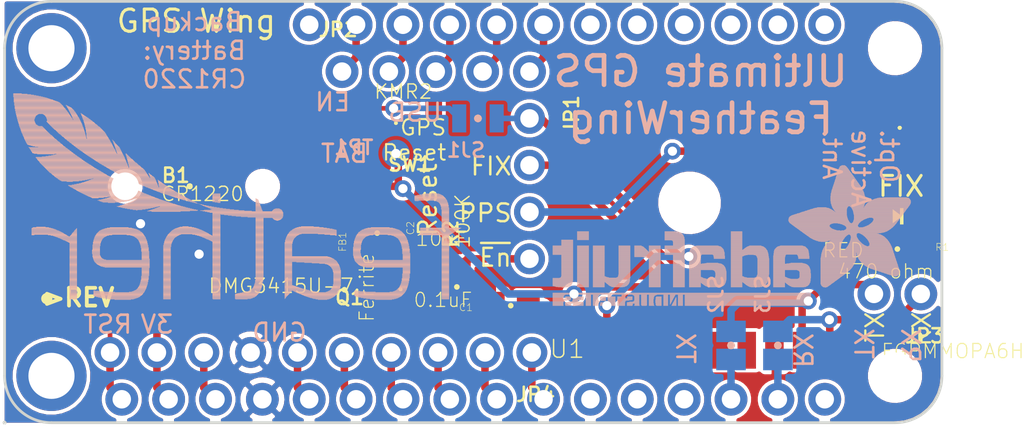
<source format=kicad_pcb>
(kicad_pcb (version 20170123) (host pcbnew no-vcs-found-f042fcd~59~ubuntu17.04.1)
  (layers (0 Top signal) (31 Bottom signal) (34 B.Paste user) (35 F.Paste user) (36 B.SilkS user) (37 F.SilkS user) (38 B.Mask user) (39 F.Mask user) (44 Edge.Cuts user))
  (net 0 "")
  (net 1 FIX)
  (net 2 N$2)
  (net 3 GND)
  (net 4 3.3V)
  (net 5 VBACKUP)
  (net 6 TX)
  (net 7 RX)
  (net 8 N$4)
  (net 9 1PPS)
  (net 10 3V)
  (net 11 N$1)
  (net 12 N$3)
  (net 13 N$5)
  (net 14 N$6)
  (net 15 N$7)
  (net 16 N$8)
  (net 17 N$9)
  (net 18 N$10)
  (net 19 N$11)
  (net 20 GRESET)
  (net 21 N$12)
  (net 22 N$13)
  (net 23 N$14)
  (net 24 USB)
  (net 25 N$15)
  (net 26 ENABLE)
  (net 27 N$16)
  (net 28 N$17)
  (module FGPMMOPA6H (layer Top) (at 136.9441 105.0036 90)
    (fp_text reference U1 (at -8 -8.5) (layer F.SilkS) (effects (font (size 0.9652 0.9652) (thickness 0.077216)) (justify left bottom)))
    (fp_text value FGPMMOPA6H (at -8 9.5) (layer F.SilkS) (effects (font (size 0.77216 0.77216) (thickness 0.061772)) (justify left bottom)))
    (pad "" np_thru_hole circle (at 0.5 -0.85 90) (size 3 3) (drill 3) (layers *.Cu))
    (pad P$20 smd rect (at 7.5 -6.75 270) (size 2 1) (layers Top F.Paste F.Mask))
    (pad P$19 smd rect (at 7.5 -5.25 270) (size 2 1) (layers Top F.Paste F.Mask) (net 3 GND))
    (pad P$18 smd rect (at 7.5 -3.75 270) (size 2 1) (layers Top F.Paste F.Mask))
    (pad P$17 smd rect (at 7.5 -2.25 270) (size 2 1) (layers Top F.Paste F.Mask))
    (pad P$16 smd rect (at 7.5 -0.75 270) (size 2 1) (layers Top F.Paste F.Mask))
    (pad P$15 smd rect (at 7.5 0.75 270) (size 2 1) (layers Top F.Paste F.Mask))
    (pad P$14 smd rect (at 7.5 2.25 270) (size 2 1) (layers Top F.Paste F.Mask))
    (pad P$13 smd rect (at 7.5 3.75 270) (size 2 1) (layers Top F.Paste F.Mask) (net 9 1PPS))
    (pad P$12 smd rect (at 7.5 5.25 270) (size 2 1) (layers Top F.Paste F.Mask) (net 3 GND))
    (pad P$11 smd rect (at 7.5 6.75 270) (size 2 1) (layers Top F.Paste F.Mask) (net 8 N$4))
    (pad P$10 smd rect (at -7.5 6.75 90) (size 2 1) (layers Top F.Paste F.Mask) (net 7 RX))
    (pad P$9 smd rect (at -7.5 5.25 90) (size 2 1) (layers Top F.Paste F.Mask) (net 6 TX))
    (pad P$8 smd rect (at -7.5 3.75 90) (size 2 1) (layers Top F.Paste F.Mask) (net 3 GND))
    (pad P$7 smd rect (at -7.5 2.25 90) (size 2 1) (layers Top F.Paste F.Mask))
    (pad P$6 smd rect (at -7.5 0.75 90) (size 2 1) (layers Top F.Paste F.Mask))
    (pad P$5 smd rect (at -7.5 -0.75 90) (size 2 1) (layers Top F.Paste F.Mask) (net 1 FIX))
    (pad P$4 smd rect (at -7.5 -2.25 90) (size 2 1) (layers Top F.Paste F.Mask) (net 5 VBACKUP))
    (pad P$3 smd rect (at -7.5 -3.75 90) (size 2 1) (layers Top F.Paste F.Mask) (net 3 GND))
    (pad P$2 smd rect (at -7.5 -5.25 90) (size 2 1) (layers Top F.Paste F.Mask) (net 20 GRESET))
    (pad P$1 smd rect (at -7.5 -6.75 90) (size 2 1) (layers Top F.Paste F.Mask) (net 25 N$15))
  )
  (module CHIPLED_0805_NOOUTLINE (layer Top) (at 147.3581 105.2336 270)
    (fp_text reference LED1 hide)
    (fp_text value RED (at 1.397 1.778) (layer F.SilkS) (effects (font (size 0.77216 0.77216) (thickness 0.061772)) (justify right top)))
    (pad A smd rect (at 0 1.05 270) (size 1.2 1.2) (layers Top F.Paste F.Mask) (net 1 FIX))
    (pad C smd rect (at 0 -1.05 270) (size 1.2 1.2) (layers Top F.Paste F.Mask) (net 2 N$2))
  )
  (module 0805-NO (layer Top) (at 147.3581 107.0116)
    (fp_text reference R1 (at 2.032 0.127) (layer F.SilkS) (effects (font (size 0.38608 0.38608) (thickness 0.030886)) (justify left bottom)))
    (fp_text value "470 ohm" (at 2.032 0.762) (layer F.SilkS) (effects (font (size 0.77216 0.77216) (thickness 0.061772)) (justify right top)))
    (pad 2 smd rect (at 0.95 0) (size 1.24 1.5) (layers Top F.Paste F.Mask) (net 2 N$2))
    (pad 1 smd rect (at -0.95 0) (size 1.24 1.5) (layers Top F.Paste F.Mask) (net 3 GND))
  )
  (module 0805-NO (layer Top) (at 126.4031 110.0836 180)
    (fp_text reference C1 (at 2.032 0.127) (layer F.SilkS) (effects (font (size 0.38608 0.38608) (thickness 0.030886)) (justify right top)))
    (fp_text value 0.1uF (at 2.032 0.762) (layer F.SilkS) (effects (font (size 0.77216 0.77216) (thickness 0.061772)) (justify right top)))
    (pad 2 smd rect (at 0.95 0 180) (size 1.24 1.5) (layers Top F.Paste F.Mask) (net 3 GND))
    (pad 1 smd rect (at -0.95 0 180) (size 1.24 1.5) (layers Top F.Paste F.Mask) (net 25 N$15))
  )
  (module 0805-NO (layer Top) (at 119.1641 106.1466)
    (fp_text reference C2 (at 2.032 0.127 90) (layer F.SilkS) (effects (font (size 0.38608 0.38608) (thickness 0.030886)) (justify left bottom)))
    (fp_text value 10uF (at 2.032 0.762) (layer F.SilkS) (effects (font (size 0.77216 0.77216) (thickness 0.061772)) (justify left bottom)))
    (pad 2 smd rect (at 0.95 0) (size 1.24 1.5) (layers Top F.Paste F.Mask) (net 3 GND))
    (pad 1 smd rect (at -0.95 0) (size 1.24 1.5) (layers Top F.Paste F.Mask) (net 4 3.3V))
  )
  (module 0805-NO (layer Top) (at 117.3861 109.2186 90)
    (fp_text reference FB1 (at 2.032 0.127 90) (layer F.SilkS) (effects (font (size 0.38608 0.38608) (thickness 0.030886)) (justify left bottom)))
    (fp_text value Ferrite (at 2.032 0.762 90) (layer F.SilkS) (effects (font (size 0.77216 0.77216) (thickness 0.061772)) (justify right top)))
    (pad 2 smd rect (at 0.95 0 90) (size 1.24 1.5) (layers Top F.Paste F.Mask) (net 4 3.3V))
    (pad 1 smd rect (at -0.95 0 90) (size 1.24 1.5) (layers Top F.Paste F.Mask) (net 10 3V))
  )
  (module CR1220-2 (layer Top) (at 109.0041 103.6066)
    (fp_text reference B1 (at -1.602 -0.14) (layer F.SilkS) (effects (font (size 0.77216 0.77216) (thickness 0.138988)) (justify left bottom)))
    (fp_text value CR1220 (at -1.602 0.868) (layer F.SilkS) (effects (font (size 0.77216 0.77216) (thickness 0.077216)) (justify left bottom)))
    (pad + smd rect (at 8.29 0) (size 4 2) (layers Top F.Paste F.Mask) (net 5 VBACKUP))
    (pad - smd rect (at -7.6 0) (size 4 2) (layers Top F.Paste F.Mask) (net 3 GND))
    (pad "" np_thru_hole circle (at -3.5 0) (size 1.5 1.5) (drill 1.5) (layers *.Cu))
    (pad "" np_thru_hole circle (at 3.95 0) (size 1.5 1.5) (drill 1.5) (layers *.Cu))
  )
  (module FIDUCIAL_1MM (layer Top) (at 100.6221 99.5426)
    (fp_text reference FID1 hide)
    (fp_text value FIDUCIAL"" hide)
    (pad 1 smd circle (at 0 0) (size 1 1) (layers Top F.Paste F.Mask))
  )
  (module FIDUCIAL_1MM (layer Top) (at 145.4761 115.3726)
    (fp_text reference FID2 hide)
    (fp_text value FIDUCIAL"" hide)
    (pad 1 smd circle (at 0 0) (size 1 1) (layers Top F.Paste F.Mask))
  )
  (module U.FL (layer Top) (at 147.4851 100.4316 180)
    (fp_text reference X1 hide)
    (fp_text value uFL hide)
    (pad 3 smd rect (at 1.525 0 180) (size 0.8 1) (layers Top F.Paste F.Mask) (net 8 N$4))
    (pad 2 smd rect (at 0 1.375 180) (size 2.2 1.05) (layers Top F.Paste F.Mask) (net 3 GND))
    (pad 1 smd rect (at 0 -1.375 180) (size 2.2 1.05) (layers Top F.Paste F.Mask) (net 3 GND))
  )
  (module FEATHERWING (layer Top) (at 98.9711 116.4336)
    (fp_text reference MS1 hide)
    (fp_text value FEATHERWING hide)
    (fp_arc (start 0 0) (end 0 0) (angle -90) (layer Edge.Cuts) (width 0))
    (fp_line (start 0 0) (end 0 0) (layer Edge.Cuts) (width 0))
    (fp_arc (start 0 0) (end 0 0) (angle -90) (layer Edge.Cuts) (width 0))
    (fp_line (start 0 0) (end 0 0) (layer Edge.Cuts) (width 0))
    (fp_arc (start 0 0) (end 0 0) (angle -90) (layer Edge.Cuts) (width 0))
    (fp_line (start 0 0) (end 0 0) (layer Edge.Cuts) (width 0))
    (fp_arc (start 0 0) (end 0 0) (angle -90) (layer Edge.Cuts) (width 0))
    (fp_line (start 0 0) (end 0 0) (layer Edge.Cuts) (width 0))
    (pad 1 thru_hole circle (at 6.35 -1.27) (size 1.778 1.778) (drill 1) (layers *.Cu *.Mask) (net 21 N$12))
    (pad 2 thru_hole circle (at 8.89 -1.27) (size 1.778 1.778) (drill 1) (layers *.Cu *.Mask) (net 10 3V))
    (pad 3 thru_hole circle (at 11.43 -1.27) (size 1.778 1.778) (drill 1) (layers *.Cu *.Mask) (net 22 N$13))
    (pad 4 thru_hole circle (at 13.97 -1.27) (size 1.778 1.778) (drill 1) (layers *.Cu *.Mask) (net 3 GND))
    (pad 16 thru_hole circle (at 44.45 -1.27) (size 1.778 1.778) (drill 1) (layers *.Cu *.Mask))
    (pad 15 thru_hole circle (at 41.91 -1.27) (size 1.778 1.778) (drill 1) (layers *.Cu *.Mask) (net 28 N$17))
    (pad 14 thru_hole circle (at 39.37 -1.27) (size 1.778 1.778) (drill 1) (layers *.Cu *.Mask) (net 27 N$16))
    (pad 13 thru_hole circle (at 36.83 -1.27) (size 1.778 1.778) (drill 1) (layers *.Cu *.Mask))
    (pad 12 thru_hole circle (at 34.29 -1.27) (size 1.778 1.778) (drill 1) (layers *.Cu *.Mask))
    (pad 11 thru_hole circle (at 31.75 -1.27) (size 1.778 1.778) (drill 1) (layers *.Cu *.Mask))
    (pad 10 thru_hole circle (at 29.21 -1.27) (size 1.778 1.778) (drill 1) (layers *.Cu *.Mask) (net 14 N$6))
    (pad 9 thru_hole circle (at 26.67 -1.27) (size 1.778 1.778) (drill 1) (layers *.Cu *.Mask) (net 15 N$7))
    (pad 8 thru_hole circle (at 24.13 -1.27) (size 1.778 1.778) (drill 1) (layers *.Cu *.Mask) (net 16 N$8))
    (pad 7 thru_hole circle (at 21.59 -1.27) (size 1.778 1.778) (drill 1) (layers *.Cu *.Mask) (net 17 N$9))
    (pad 6 thru_hole circle (at 19.05 -1.27) (size 1.778 1.778) (drill 1) (layers *.Cu *.Mask) (net 18 N$10))
    (pad 5 thru_hole circle (at 16.51 -1.27) (size 1.778 1.778) (drill 1) (layers *.Cu *.Mask) (net 19 N$11))
    (pad 17 thru_hole circle (at 44.45 -21.59) (size 1.778 1.778) (drill 1) (layers *.Cu *.Mask))
    (pad 18 thru_hole circle (at 41.91 -21.59) (size 1.778 1.778) (drill 1) (layers *.Cu *.Mask))
    (pad 19 thru_hole circle (at 39.37 -21.59) (size 1.778 1.778) (drill 1) (layers *.Cu *.Mask))
    (pad 20 thru_hole circle (at 36.83 -21.59) (size 1.778 1.778) (drill 1) (layers *.Cu *.Mask))
    (pad 21 thru_hole circle (at 34.29 -21.59) (size 1.778 1.778) (drill 1) (layers *.Cu *.Mask))
    (pad 22 thru_hole circle (at 31.75 -21.59) (size 1.778 1.778) (drill 1) (layers *.Cu *.Mask))
    (pad 23 thru_hole circle (at 29.21 -21.59) (size 1.778 1.778) (drill 1) (layers *.Cu *.Mask) (net 13 N$5))
    (pad 24 thru_hole circle (at 26.67 -21.59) (size 1.778 1.778) (drill 1) (layers *.Cu *.Mask) (net 12 N$3))
    (pad 25 thru_hole circle (at 24.13 -21.59) (size 1.778 1.778) (drill 1) (layers *.Cu *.Mask) (net 11 N$1))
    (pad 26 thru_hole circle (at 21.59 -21.59) (size 1.778 1.778) (drill 1) (layers *.Cu *.Mask) (net 24 USB))
    (pad 27 thru_hole circle (at 19.05 -21.59) (size 1.778 1.778) (drill 1) (layers *.Cu *.Mask) (net 23 N$14))
    (pad 28 thru_hole circle (at 16.51 -21.59) (size 1.778 1.778) (drill 1) (layers *.Cu *.Mask))
    (pad P$2 thru_hole circle (at 2.54 -2.54) (size 3.81 3.81) (drill 2.5) (layers *.Cu *.Mask))
    (pad P$1 thru_hole circle (at 2.54 -20.32) (size 3.81 3.81) (drill 2.5) (layers *.Cu *.Mask))
    (pad "" np_thru_hole circle (at 48.26 -2.54) (size 2.54 2.54) (drill 2.54) (layers *.Cu))
    (pad "" np_thru_hole circle (at 48.26 -20.32) (size 2.54 2.54) (drill 2.54) (layers *.Cu))
  )
  (module BTN_KMR2_4.6X2.8 (layer Top) (at 120.1801 100.1776 180)
    (fp_text reference SW1 (at -2.032 -1.778) (layer F.SilkS) (effects (font (size 0.77216 0.77216) (thickness 0.138988)) (justify right top)))
    (fp_text value KMR2 (at -2.032 2.159) (layer F.SilkS) (effects (font (size 0.77216 0.77216) (thickness 0.077216)) (justify right top)))
    (pad A' smd rect (at -2.05 -0.8 180) (size 0.9 0.9) (layers Top F.Paste F.Mask) (net 3 GND))
    (pad B' smd rect (at -2.05 0.8 180) (size 0.9 0.9) (layers Top F.Paste F.Mask) (net 21 N$12))
    (pad B smd rect (at 2.05 0.8 180) (size 0.9 0.9) (layers Top F.Paste F.Mask) (net 21 N$12))
    (pad A smd rect (at 2.05 -0.8 180) (size 0.9 0.9) (layers Top F.Paste F.Mask) (net 3 GND))
  )
  (module SOLDERJUMPER_ARROW_NOPASTE (layer Bottom) (at 124.6251 99.9236)
    (fp_text reference SJ1 (at -1.778 1.27) (layer B.SilkS) (effects (font (size 0.77216 0.77216) (thickness 0.138988)) (justify right top mirror)))
    (fp_text value "" (at -1.651 -1.651) (layer B.SilkS) (effects (font (size 0.38608 0.38608) (thickness 0.038608)) (justify right top mirror)))
    (pad 2 smd rect (at 1.016 0) (size 0.762 1.524) (layers Bottom B.Paste B.Mask) (net 20 GRESET))
    (pad 1 smd rect (at -1.016 0) (size 0.762 1.524) (layers Bottom B.Paste B.Mask) (net 21 N$12))
  )
  (module 1X10_ROUND (layer Top) (at 116.1161 112.6236 180)
    (fp_text reference JP4 (at -12.7762 -1.8288) (layer F.SilkS) (effects (font (size 0.77216 0.77216) (thickness 0.138988)) (justify right top)))
    (fp_text value "" (at -12.7 3.175) (layer F.SilkS) (effects (font (size 0.38608 0.38608) (thickness 0.038608)) (justify right top)))
    (pad 10 thru_hole circle (at 11.43 0 270) (size 1.6764 1.6764) (drill 1) (layers *.Cu *.Mask) (net 21 N$12))
    (pad 9 thru_hole circle (at 8.89 0 270) (size 1.6764 1.6764) (drill 1) (layers *.Cu *.Mask) (net 10 3V))
    (pad 8 thru_hole circle (at 6.35 0 270) (size 1.6764 1.6764) (drill 1) (layers *.Cu *.Mask) (net 22 N$13))
    (pad 7 thru_hole circle (at 3.81 0 270) (size 1.6764 1.6764) (drill 1) (layers *.Cu *.Mask) (net 3 GND))
    (pad 6 thru_hole circle (at 1.27 0 270) (size 1.6764 1.6764) (drill 1) (layers *.Cu *.Mask) (net 19 N$11))
    (pad 5 thru_hole circle (at -1.27 0 270) (size 1.6764 1.6764) (drill 1) (layers *.Cu *.Mask) (net 18 N$10))
    (pad 4 thru_hole circle (at -3.81 0 270) (size 1.6764 1.6764) (drill 1) (layers *.Cu *.Mask) (net 17 N$9))
    (pad 3 thru_hole circle (at -6.35 0 270) (size 1.6764 1.6764) (drill 1) (layers *.Cu *.Mask) (net 16 N$8))
    (pad 2 thru_hole circle (at -8.89 0 270) (size 1.6764 1.6764) (drill 1) (layers *.Cu *.Mask) (net 15 N$7))
    (pad 1 thru_hole circle (at -11.43 0 270) (size 1.6764 1.6764) (drill 1) (layers *.Cu *.Mask) (net 14 N$6))
  )
  (module 1X05_ROUND_70 (layer Top) (at 122.3391 97.3836)
    (fp_text reference JP2 (at -6.4262 -1.8288) (layer F.SilkS) (effects (font (size 0.77216 0.77216) (thickness 0.138988)) (justify left bottom)))
    (fp_text value "" (at -6.35 3.175) (layer F.SilkS) (effects (font (size 0.38608 0.38608) (thickness 0.038608)) (justify left bottom)))
    (pad 5 thru_hole circle (at 5.08 0 90) (size 1.778 1.778) (drill 1) (layers *.Cu *.Mask) (net 13 N$5))
    (pad 4 thru_hole circle (at 2.54 0 90) (size 1.778 1.778) (drill 1) (layers *.Cu *.Mask) (net 12 N$3))
    (pad 3 thru_hole circle (at 0 0 90) (size 1.778 1.778) (drill 1) (layers *.Cu *.Mask) (net 11 N$1))
    (pad 2 thru_hole circle (at -2.54 0 90) (size 1.778 1.778) (drill 1) (layers *.Cu *.Mask) (net 24 USB))
    (pad 1 thru_hole circle (at -5.08 0 90) (size 1.778 1.778) (drill 1) (layers *.Cu *.Mask) (net 23 N$14))
  )
  (module SOT23-WIDE (layer Top) (at 120.4341 109.1946 180)
    (fp_text reference Q1 (at 1.905 0) (layer F.SilkS) (effects (font (size 0.77216 0.77216) (thickness 0.138988)) (justify right top)))
    (fp_text value "DMG3415U-7 " (at 1.905 0.635) (layer F.SilkS) (effects (font (size 0.77216 0.77216) (thickness 0.077216)) (justify right top)))
    (pad 1 smd rect (at -0.95 1 180) (size 1 1.2) (layers Top F.Paste F.Mask) (net 26 ENABLE))
    (pad 2 smd rect (at 0.95 1 180) (size 1 1.2) (layers Top F.Paste F.Mask) (net 4 3.3V))
    (pad 3 smd rect (at 0 -1 180) (size 1 1.2) (layers Top F.Paste F.Mask) (net 25 N$15))
  )
  (module 1X04_ROUND (layer Top) (at 127.4191 103.7336 270)
    (fp_text reference JP1 (at -5.1562 -1.8288 90) (layer F.SilkS) (effects (font (size 0.77216 0.77216) (thickness 0.138988)) (justify right top)))
    (fp_text value "" (at -5.08 3.175 90) (layer F.SilkS) (effects (font (size 0.38608 0.38608) (thickness 0.038608)) (justify right top)))
    (pad 4 thru_hole circle (at 3.81 0) (size 1.6764 1.6764) (drill 1) (layers *.Cu *.Mask) (net 26 ENABLE))
    (pad 3 thru_hole circle (at 1.27 0) (size 1.6764 1.6764) (drill 1) (layers *.Cu *.Mask) (net 9 1PPS))
    (pad 2 thru_hole circle (at -1.27 0) (size 1.6764 1.6764) (drill 1) (layers *.Cu *.Mask) (net 1 FIX))
    (pad 1 thru_hole circle (at -3.81 0) (size 1.6764 1.6764) (drill 1) (layers *.Cu *.Mask) (net 20 GRESET))
  )
  (module 0805-NO (layer Top) (at 123.4821 109.0676 90)
    (fp_text reference R2 (at 2.032 0.127 90) (layer F.SilkS) (effects (font (size 0.77216 0.77216) (thickness 0.138988)) (justify left bottom)))
    (fp_text value 100K (at 2.032 0.762 90) (layer F.SilkS) (effects (font (size 0.77216 0.77216) (thickness 0.077216)) (justify left bottom)))
    (pad 2 smd rect (at 0.95 0 90) (size 1.24 1.5) (layers Top F.Paste F.Mask) (net 26 ENABLE))
    (pad 1 smd rect (at -0.95 0 90) (size 1.24 1.5) (layers Top F.Paste F.Mask) (net 3 GND))
  )
  (module 1X02_ROUND (layer Top) (at 147.3581 109.4486 180)
    (fp_text reference JP3 (at -2.6162 -1.8288) (layer F.SilkS) (effects (font (size 0.77216 0.77216) (thickness 0.138988)) (justify right top)))
    (fp_text value "" (at -2.54 3.175) (layer F.SilkS) (effects (font (size 0.38608 0.38608) (thickness 0.038608)) (justify right top)))
    (pad 2 thru_hole circle (at 1.27 0 270) (size 1.778 1.778) (drill 1) (layers *.Cu *.Mask) (net 6 TX))
    (pad 1 thru_hole circle (at -1.27 0 270) (size 1.778 1.778) (drill 1) (layers *.Cu *.Mask) (net 7 RX))
  )
  (module SOLDERJUMPER_CLOSEDWIRE (layer Bottom) (at 138.3411 112.2426 270)
    (fp_text reference SJ2 (at -1.651 1.27 90) (layer B.SilkS) (effects (font (size 0.77216 0.77216) (thickness 0.138988)) (justify right top mirror)))
    (fp_text value "" (at -1.524 -1.651 90) (layer B.SilkS) (effects (font (size 0.38608 0.38608) (thickness 0.038608)) (justify right top mirror)))
    (pad WIRE smd rect (at 0 0 270) (size 0.635 0.2032) (layers Bottom B.Paste B.Mask))
    (pad 2 smd rect (at 0.762 0 270) (size 1.1684 1.6002) (layers Bottom B.Paste B.Mask) (net 27 N$16))
    (pad 1 smd rect (at -0.762 0 270) (size 1.1684 1.6002) (layers Bottom B.Paste B.Mask) (net 6 TX))
  )
  (module SOLDERJUMPER_CLOSEDWIRE (layer Bottom) (at 140.8811 112.2426 270)
    (fp_text reference SJ3 (at -1.651 1.27 90) (layer B.SilkS) (effects (font (size 0.77216 0.77216) (thickness 0.138988)) (justify right top mirror)))
    (fp_text value "" (at -1.524 -1.651 90) (layer B.SilkS) (effects (font (size 0.38608 0.38608) (thickness 0.038608)) (justify right top mirror)))
    (pad WIRE smd rect (at 0 0 270) (size 0.635 0.2032) (layers Bottom B.Paste B.Mask))
    (pad 2 smd rect (at 0.762 0 270) (size 1.1684 1.6002) (layers Bottom B.Paste B.Mask) (net 28 N$17))
    (pad 1 smd rect (at -0.762 0 270) (size 1.1684 1.6002) (layers Bottom B.Paste B.Mask) (net 7 RX))
  )
  (module PCBFEAT-REV-040 (layer Top) (at 101.2571 109.7026)
    (fp_text reference U$9 hide)
    (fp_text value "" hide)
    (fp_text user >REV (at -0.3556 0.508) (layer F.SilkS) (effects (font (size 0.9652 0.9652) (thickness 0.2032)) (justify left bottom)))
  )
  (module FEATHERLOGO (layer Bottom) (at 123.7361 109.8296 180)
    (fp_text reference U$10 hide)
    (fp_text value "" hide)
  )
  (module ADAFRUIT_TEXT_20MM (layer Bottom) (at 148.2471 110.0836 180)
    (fp_text reference U$11 hide)
    (fp_text value "" hide)
  )
  (module TESTPOINT_ROUND_1.5MM (layer Bottom) (at 120.1801 101.8286 180)
    (fp_text reference TP1 (at 1.143 -0.127 180) (layer B.SilkS) (effects (font (size 0.77216 0.77216) (thickness 0.146304)) (justify left bottom mirror)))
    (fp_text value "" (at 1.143 -0.635 180) (layer B.SilkS) (effects (font (size 0.38608 0.38608) (thickness 0.04064)) (justify left bottom mirror)))
    (pad P$1 smd circle (at 0 0 180) (size 1.5 1.5) (layers Bottom B.Paste B.Mask) (net 5 VBACKUP))
  )
  (gr_line (start 147.2311 116.4336) (end 101.5111 116.4336) (layer Edge.Cuts) (width 0.15))
  (gr_line (start 101.5111 93.5736) (end 147.2311 93.5736) (layer Edge.Cuts) (width 0.15))
  (gr_line (start 98.9711 96.1136) (end 98.9711 96.1136) (layer Edge.Cuts) (width 0.15))
  (gr_line (start 98.9711 113.8936) (end 98.9711 96.1136) (layer Edge.Cuts) (width 0.15))
  (gr_arc (start 101.5111 96.1136) (end 98.9711 96.1136) (angle 90) (layer Edge.Cuts) (width 0.15))
  (gr_arc (start 101.5111 113.8936) (end 101.5111 116.4336) (angle 90) (layer Edge.Cuts) (width 0.15))
  (gr_text FIX (at 146.2151 104.2416) (layer F.SilkS) (effects (font (size 1.08585 1.08585) (thickness 0.16002)) (justify left bottom)))
  (gr_text "GPS Wing" (at 104.9401 95.3516) (layer F.SilkS) (effects (font (size 1.2065 1.2065) (thickness 0.1651)) (justify left bottom)))
  (gr_text PPS (at 126.5301 104.4956) (layer F.SilkS) (effects (font (size 0.9652 0.9652) (thickness 0.13208)) (justify right top)))
  (gr_text FIX (at 126.5301 101.9556) (layer F.SilkS) (effects (font (size 0.9652 0.9652) (thickness 0.13208)) (justify right top)))
  (gr_text "GPS\nReset" (at 122.9741 99.9236) (layer F.SilkS) (effects (font (size 0.84455 0.84455) (thickness 0.10668)) (justify right top)))
  (gr_arc (start 147.2311 96.1136) (end 147.2311 93.5736) (angle 90) (layer Edge.Cuts) (width 0.15))
  (gr_line (start 149.7711 96.1136) (end 149.7711 113.8936) (layer Edge.Cuts) (width 0.15))
  (gr_arc (start 147.2311 113.8936) (end 149.7711 113.8936) (angle 90) (layer Edge.Cuts) (width 0.15))
  (gr_text Reset (at 122.4661 106.4006 90) (layer F.SilkS) (effects (font (size 0.9652 0.9652) (thickness 0.13208)) (justify left bottom)))
  (gr_text ~En (at 126.5301 106.9086) (layer F.SilkS) (effects (font (size 0.9652 0.9652) (thickness 0.13208)) (justify right top)))
  (gr_text RX (at 148.1201 110.3376 90) (layer F.SilkS) (effects (font (size 0.9652 0.9652) (thickness 0.12192)) (justify right top)))
  (gr_text TX (at 145.5801 110.3376 90) (layer F.SilkS) (effects (font (size 0.9652 0.9652) (thickness 0.12192)) (justify right top)))
  (gr_text "Ultimate GPS\nFeatherWing" (at 136.6901 98.6536) (layer B.SilkS) (effects (font (size 1.59258 1.59258) (thickness 0.25146)) (justify mirror)))
  (gr_text RX (at 142.7861 111.4806 -90) (layer B.SilkS) (effects (font (size 0.9652 0.9652) (thickness 0.14224)) (justify right top mirror)))
  (gr_text TX (at 136.4361 111.4806 -90) (layer B.SilkS) (effects (font (size 0.9652 0.9652) (thickness 0.14224)) (justify right top mirror)))
  (gr_text GND (at 112.3061 110.9726) (layer B.SilkS) (effects (font (size 0.9652 0.9652) (thickness 0.14224)) (justify right top mirror)))
  (gr_text RST (at 104.5591 111.0996) (layer B.SilkS) (effects (font (size 0.9652 0.9652) (thickness 0.14224)) (justify mirror)))
  (gr_text 3V (at 107.2261 111.0996) (layer B.SilkS) (effects (font (size 0.9652 0.9652) (thickness 0.14224)) (justify mirror)))
  (gr_text EN (at 116.7511 99.0346) (layer B.SilkS) (effects (font (size 0.9652 0.9652) (thickness 0.14224)) (justify mirror)))
  (gr_text USB (at 119.6721 99.0346) (layer B.SilkS) (effects (font (size 0.9652 0.9652) (thickness 0.14224)) (justify right top mirror)))
  (gr_text RX (at 148.6281 111.2266 -90) (layer B.SilkS) (effects (font (size 0.9652 0.9652) (thickness 0.14224)) (justify right top mirror)))
  (gr_text TX (at 146.0881 111.2266 -90) (layer B.SilkS) (effects (font (size 0.9652 0.9652) (thickness 0.14224)) (justify right top mirror)))
  (gr_text "Opt.\nActive\nAnt." (at 147.4851 100.4316 -90) (layer B.SilkS) (effects (font (size 0.9652 0.9652) (thickness 0.14224)) (justify right top mirror)))
  (gr_text "Backup\nBattery:\nCR1220" (at 109.2581 96.2406) (layer B.SilkS) (effects (font (size 0.9652 0.9652) (thickness 0.14224)) (justify mirror)))
  (gr_text BAT (at 117.3861 101.8286) (layer B.SilkS) (effects (font (size 0.9652 0.9652) (thickness 0.14224)) (justify mirror)))
  (segment (start 136.1941 112.5036) (end 136.1941 109.5636) (width 0.4064) (layer Top) (net 1))
  (segment (start 136.1941 109.5636) (end 140.5241 105.2336) (width 0.4064) (layer Top) (net 1))
  (segment (start 136.1941 109.5636) (end 129.0941 102.4636) (width 0.4064) (layer Top) (net 1))
  (segment (start 129.0941 102.4636) (end 127.4191 102.4636) (width 0.4064) (layer Top) (net 1))
  (segment (start 140.5241 105.2336) (end 146.3081 105.2336) (width 0.4064) (layer Top) (net 1))
  (segment (start 148.4081 105.2336) (end 148.3081 105.7146) (width 0.4064) (layer Top) (net 2))
  (segment (start 148.3081 105.7146) (end 148.3081 107.0116) (width 0.4064) (layer Top) (net 2))
  (via (at 106.3371 105.6386) (size 0.9064) (drill 0.5) (layers Top Bottom) (net 3))
  (via (at 109.5121 107.2896) (size 0.9064) (drill 0.5) (layers Top Bottom) (net 3))
  (segment (start 117.3861 108.2686) (end 117.4601 108.1946) (width 0.4064) (layer Top) (net 4))
  (segment (start 117.4601 108.1946) (end 119.4841 108.1946) (width 0.4064) (layer Top) (net 4))
  (segment (start 118.2141 106.1466) (end 117.3861 106.9746) (width 0.4064) (layer Top) (net 4))
  (segment (start 117.3861 106.9746) (end 117.3861 108.2686) (width 0.4064) (layer Top) (net 4))
  (segment (start 117.2941 103.6066) (end 120.3071 103.6066) (width 0.4064) (layer Top) (net 5))
  (segment (start 120.3071 103.6066) (end 120.4341 103.6066) (width 0.4064) (layer Top) (net 5))
  (segment (start 120.4341 103.6066) (end 120.5611 103.7336) (width 0.4064) (layer Top) (net 5))
  (via (at 120.5611 103.7336) (size 0.9064) (drill 0.5) (layers Top Bottom) (net 5))
  (segment (start 120.5611 103.7336) (end 126.2761 109.4486) (width 0.4064) (layer Bottom) (net 5))
  (segment (start 126.2761 109.4486) (end 129.8321 109.4486) (width 0.4064) (layer Bottom) (net 5))
  (via (at 129.8321 109.4486) (size 0.9064) (drill 0.5) (layers Top Bottom) (net 5))
  (segment (start 129.8321 109.4486) (end 130.2131 109.0676) (width 0.4064) (layer Top) (net 5))
  (segment (start 130.2131 109.0676) (end 133.8961 109.0676) (width 0.4064) (layer Top) (net 5))
  (segment (start 133.8961 109.0676) (end 134.6941 109.8656) (width 0.4064) (layer Top) (net 5))
  (segment (start 134.6941 109.8656) (end 134.6941 112.5036) (width 0.4064) (layer Top) (net 5))
  (via (at 120.1801 101.8286) (size 0.9064) (drill 0.5) (layers Top Bottom) (net 5))
  (segment (start 120.3071 103.6066) (end 120.3071 101.9556) (width 0.4064) (layer Top) (net 5))
  (segment (start 120.3071 101.9556) (end 120.1801 101.8286) (width 0.4064) (layer Top) (net 5))
  (segment (start 146.0881 109.4486) (end 145.5801 108.9406) (width 0.4064) (layer Top) (net 6))
  (segment (start 145.5801 108.9406) (end 143.4211 108.9406) (width 0.4064) (layer Top) (net 6))
  (segment (start 143.4211 108.9406) (end 142.5956 109.7661) (width 0.4064) (layer Top) (net 6))
  (segment (start 142.5321 109.8296) (end 142.1941 110.1676) (width 0.4064) (layer Top) (net 6))
  (segment (start 142.1941 110.1676) (end 142.1941 112.5036) (width 0.4064) (layer Top) (net 6))
  (segment (start 138.3411 111.4806) (end 138.3411 110.3376) (width 0.4064) (layer Bottom) (net 6))
  (segment (start 138.3411 110.3376) (end 138.7221 109.9566) (width 0.4064) (layer Bottom) (net 6))
  (segment (start 138.7221 109.9566) (end 142.4051 109.9566) (width 0.4064) (layer Bottom) (net 6))
  (segment (start 142.4051 109.9566) (end 142.5321 109.8296) (width 0.4064) (layer Bottom) (net 6))
  (via (at 142.5321 109.8296) (size 0.9064) (drill 0.5) (layers Top Bottom) (net 6))
  (segment (start 142.5321 109.8296) (end 142.5956 109.7661) (width 0.4064) (layer Top) (net 6))
  (segment (start 148.6281 109.5756) (end 148.6281 109.4486) (width 0.4064) (layer Top) (net 7))
  (segment (start 140.8811 111.4806) (end 141.5161 110.8456) (width 0.4064) (layer Bottom) (net 7))
  (segment (start 141.5161 110.8456) (end 143.6751 110.8456) (width 0.4064) (layer Bottom) (net 7))
  (via (at 143.6751 110.8456) (size 0.9064) (drill 0.5) (layers Top Bottom) (net 7))
  (segment (start 143.6751 110.8456) (end 143.6941 111.3346) (width 0.4064) (layer Top) (net 7))
  (segment (start 143.6941 111.3346) (end 143.6941 112.5036) (width 0.4064) (layer Top) (net 7))
  (segment (start 148.6281 109.5756) (end 147.3581 110.8456) (width 0.4064) (layer Top) (net 7))
  (segment (start 147.3581 110.8456) (end 143.6751 110.8456) (width 0.4064) (layer Top) (net 7))
  (segment (start 143.6941 97.5036) (end 143.6941 98.4196) (width 0.8128) (layer Top) (net 8))
  (segment (start 143.6941 98.4196) (end 145.9601 100.4316) (width 0.8128) (layer Top) (net 8))
  (segment (start 127.4191 105.0036) (end 131.8641 105.0036) (width 0.4064) (layer Bottom) (net 9))
  (segment (start 131.8641 105.0036) (end 135.1661 101.7016) (width 0.4064) (layer Bottom) (net 9))
  (via (at 135.1661 101.7016) (size 0.9064) (drill 0.5) (layers Top Bottom) (net 9))
  (segment (start 135.1661 101.7016) (end 138.2141 101.7016) (width 0.4064) (layer Top) (net 9))
  (segment (start 138.2141 101.7016) (end 140.7541 99.1616) (width 0.4064) (layer Top) (net 9))
  (segment (start 140.7541 99.1616) (end 140.7541 97.5636) (width 0.4064) (layer Top) (net 9))
  (segment (start 140.7541 97.5636) (end 140.6941 97.5036) (width 0.4064) (layer Top) (net 9))
  (segment (start 107.2261 112.6236) (end 107.2261 114.5286) (width 0.4064) (layer Top) (net 10))
  (segment (start 107.2261 114.5286) (end 107.8611 115.1636) (width 0.4064) (layer Top) (net 10))
  (segment (start 107.2261 112.6236) (end 107.2261 111.3536) (width 0.4064) (layer Top) (net 10))
  (segment (start 107.2261 111.3536) (end 108.3691 110.2106) (width 0.4064) (layer Top) (net 10))
  (segment (start 108.3691 110.2106) (end 117.3441 110.2106) (width 0.4064) (layer Top) (net 10))
  (segment (start 117.3441 110.2106) (end 117.3861 110.1686) (width 0.4064) (layer Top) (net 10))
  (segment (start 123.1011 94.8436) (end 123.1011 96.6216) (width 0.4064) (layer Top) (net 11))
  (segment (start 123.1011 96.6216) (end 122.3391 97.3836) (width 0.4064) (layer Top) (net 11))
  (segment (start 125.6411 94.8436) (end 125.6411 96.6216) (width 0.4064) (layer Top) (net 12))
  (segment (start 125.6411 96.6216) (end 124.8791 97.3836) (width 0.4064) (layer Top) (net 12))
  (segment (start 128.1811 94.8436) (end 128.1811 96.6216) (width 0.4064) (layer Top) (net 13))
  (segment (start 128.1811 96.6216) (end 127.4191 97.3836) (width 0.4064) (layer Top) (net 13))
  (segment (start 127.5461 112.6236) (end 127.5461 114.5286) (width 0.4064) (layer Top) (net 14))
  (segment (start 127.5461 114.5286) (end 128.1811 115.1636) (width 0.4064) (layer Top) (net 14))
  (segment (start 125.0061 112.6236) (end 125.0061 114.5286) (width 0.4064) (layer Top) (net 15))
  (segment (start 125.0061 114.5286) (end 125.6411 115.1636) (width 0.4064) (layer Top) (net 15))
  (segment (start 122.4661 112.6236) (end 122.4661 114.5286) (width 0.4064) (layer Top) (net 16))
  (segment (start 122.4661 114.5286) (end 123.1011 115.1636) (width 0.4064) (layer Top) (net 16))
  (segment (start 119.9261 112.6236) (end 119.9261 114.5286) (width 0.4064) (layer Top) (net 17))
  (segment (start 119.9261 114.5286) (end 120.5611 115.1636) (width 0.4064) (layer Top) (net 17))
  (segment (start 117.3861 112.6236) (end 117.3861 114.5286) (width 0.4064) (layer Top) (net 18))
  (segment (start 117.3861 114.5286) (end 118.0211 115.1636) (width 0.4064) (layer Top) (net 18))
  (segment (start 114.8461 112.6236) (end 114.8461 114.5286) (width 0.4064) (layer Top) (net 19))
  (segment (start 114.8461 114.5286) (end 115.4811 115.1636) (width 0.4064) (layer Top) (net 19))
  (segment (start 127.4191 99.9236) (end 128.0541 99.9236) (width 0.4064) (layer Top) (net 20))
  (segment (start 128.0541 99.9236) (end 135.5471 107.4166) (width 0.4064) (layer Top) (net 20))
  (segment (start 135.5471 107.4166) (end 136.0551 107.4166) (width 0.4064) (layer Top) (net 20))
  (via (at 136.0551 107.4166) (size 0.9064) (drill 0.5) (layers Top Bottom) (net 20))
  (segment (start 136.0551 107.4166) (end 134.2771 107.4166) (width 0.4064) (layer Bottom) (net 20))
  (segment (start 134.2771 107.4166) (end 131.6101 110.0836) (width 0.4064) (layer Bottom) (net 20))
  (via (at 131.6101 110.0836) (size 0.9064) (drill 0.5) (layers Top Bottom) (net 20))
  (segment (start 131.6101 110.0836) (end 131.6101 112.4196) (width 0.4064) (layer Top) (net 20))
  (segment (start 131.6101 112.4196) (end 131.6941 112.5036) (width 0.4064) (layer Top) (net 20))
  (segment (start 127.4191 99.9236) (end 125.6411 99.9236) (width 0.3048) (layer Bottom) (net 20))
  (segment (start 122.2301 99.3776) (end 120.0531 99.3776) (width 0.254) (layer Top) (net 21))
  (segment (start 119.9261 99.3776) (end 118.1301 99.3776) (width 0.254) (layer Top) (net 21))
  (segment (start 104.6861 112.6236) (end 104.6861 114.5286) (width 0.4064) (layer Top) (net 21))
  (segment (start 104.6861 114.5286) (end 105.3211 115.1636) (width 0.4064) (layer Top) (net 21))
  (segment (start 104.6861 112.6236) (end 104.6861 109.1946) (width 0.254) (layer Top) (net 21))
  (segment (start 104.6861 109.1946) (end 114.4651 99.4156) (width 0.254) (layer Top) (net 21))
  (segment (start 114.4651 99.4156) (end 118.0921 99.4156) (width 0.254) (layer Top) (net 21))
  (segment (start 118.0921 99.4156) (end 118.1301 99.3776) (width 0.254) (layer Top) (net 21))
  (segment (start 123.6091 99.9236) (end 123.0631 99.3776) (width 0.3048) (layer Bottom) (net 21))
  (segment (start 123.0631 99.3776) (end 120.0531 99.3776) (width 0.3048) (layer Bottom) (net 21))
  (via (at 120.0531 99.3776) (size 0.9064) (drill 0.5) (layers Top Bottom) (net 21))
  (segment (start 120.0531 99.3776) (end 119.9261 99.3776) (width 0.3048) (layer Top) (net 21))
  (segment (start 109.7661 112.6236) (end 109.7661 114.5286) (width 0.4064) (layer Top) (net 22))
  (segment (start 109.7661 114.5286) (end 110.4011 115.1636) (width 0.4064) (layer Top) (net 22))
  (segment (start 118.0211 94.8436) (end 118.0211 96.6216) (width 0.4064) (layer Top) (net 23))
  (segment (start 118.0211 96.6216) (end 117.2591 97.3836) (width 0.4064) (layer Top) (net 23))
  (segment (start 120.5611 94.8436) (end 120.5611 96.6216) (width 0.4064) (layer Top) (net 24))
  (segment (start 120.5611 96.6216) (end 119.7991 97.3836) (width 0.4064) (layer Top) (net 24))
  (segment (start 130.0861 111.9886) (end 130.0861 112.3956) (width 0.4064) (layer Top) (net 25))
  (segment (start 130.0861 112.3956) (end 130.1941 112.5036) (width 0.4064) (layer Top) (net 25))
  (segment (start 120.4341 110.1946) (end 121.5931 111.3536) (width 0.4064) (layer Top) (net 25))
  (segment (start 121.5931 111.3536) (end 126.7841 111.3536) (width 0.4064) (layer Top) (net 25))
  (segment (start 126.7841 111.3536) (end 127.3531 110.7846) (width 0.4064) (layer Top) (net 25))
  (segment (start 127.3531 110.7846) (end 127.3531 110.0836) (width 0.4064) (layer Top) (net 25))
  (segment (start 130.0861 111.9886) (end 128.1811 110.0836) (width 0.4064) (layer Top) (net 25))
  (segment (start 128.1811 110.0836) (end 127.3531 110.0836) (width 0.4064) (layer Top) (net 25))
  (segment (start 121.3841 108.1946) (end 121.4611 108.1176) (width 0.4064) (layer Top) (net 26))
  (segment (start 121.4611 108.1176) (end 123.4821 108.1176) (width 0.4064) (layer Top) (net 26))
  (segment (start 123.4821 108.1176) (end 124.0561 107.5436) (width 0.4064) (layer Top) (net 26))
  (segment (start 124.0561 107.5436) (end 127.4191 107.5436) (width 0.4064) (layer Top) (net 26))
  (segment (start 138.3411 113.0046) (end 138.3411 115.1636) (width 0.4064) (layer Bottom) (net 27))
  (segment (start 140.8811 113.0046) (end 140.8811 115.1636) (width 0.4064) (layer Bottom) (net 28))
  (zone (net 3) (net_name GND) (layer Top) (priority 6) (connect_pads (clearance 0)) (min_thickness 0.254) (fill yes (arc_segments 32) (thermal_gap 0.304) (thermal_bridge_width 0.304))
    (polygon (pts (xy 98.9711 93.5736) (xy 98.9711 116.4336) (xy 149.7711 116.4336) (xy 149.7711 93.5736)))
  )
  (zone (net 3) (net_name GND) (layer Bottom) (priority 6) (connect_pads (clearance 0)) (min_thickness 0.254) (fill yes (arc_segments 32) (thermal_gap 0.304) (thermal_bridge_width 0.304))
    (polygon (pts (xy 98.9711 93.5736) (xy 98.9711 116.4336) (xy 149.7711 116.4336) (xy 149.7711 93.5736)))
  )
)
</source>
